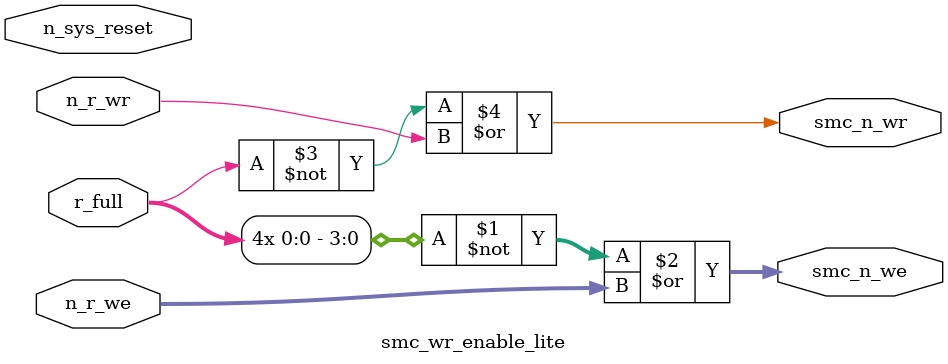
<source format=v>
module smc_wr_enable_lite(	// /tmp/tmp.yIYyKzk65m/47539_uvm_book_examples_designs_socv_rtl_rtl_lpw_smc_rtl_smc_wr_enable_lite.cleaned.mlir:2:3
  input        n_sys_reset,	// /tmp/tmp.yIYyKzk65m/47539_uvm_book_examples_designs_socv_rtl_rtl_lpw_smc_rtl_smc_wr_enable_lite.cleaned.mlir:2:36
               r_full,	// /tmp/tmp.yIYyKzk65m/47539_uvm_book_examples_designs_socv_rtl_rtl_lpw_smc_rtl_smc_wr_enable_lite.cleaned.mlir:2:58
  input  [3:0] n_r_we,	// /tmp/tmp.yIYyKzk65m/47539_uvm_book_examples_designs_socv_rtl_rtl_lpw_smc_rtl_smc_wr_enable_lite.cleaned.mlir:2:75
  input        n_r_wr,	// /tmp/tmp.yIYyKzk65m/47539_uvm_book_examples_designs_socv_rtl_rtl_lpw_smc_rtl_smc_wr_enable_lite.cleaned.mlir:2:92
  output [3:0] smc_n_we,	// /tmp/tmp.yIYyKzk65m/47539_uvm_book_examples_designs_socv_rtl_rtl_lpw_smc_rtl_smc_wr_enable_lite.cleaned.mlir:2:110
  output       smc_n_wr	// /tmp/tmp.yIYyKzk65m/47539_uvm_book_examples_designs_socv_rtl_rtl_lpw_smc_rtl_smc_wr_enable_lite.cleaned.mlir:2:129
);

  assign smc_n_we = ~{4{r_full}} | n_r_we;	// /tmp/tmp.yIYyKzk65m/47539_uvm_book_examples_designs_socv_rtl_rtl_lpw_smc_rtl_smc_wr_enable_lite.cleaned.mlir:7:10, :8:10, :9:10, :10:5
  assign smc_n_wr = ~r_full | n_r_wr;	// /tmp/tmp.yIYyKzk65m/47539_uvm_book_examples_designs_socv_rtl_rtl_lpw_smc_rtl_smc_wr_enable_lite.cleaned.mlir:5:10, :6:10, :10:5
endmodule


</source>
